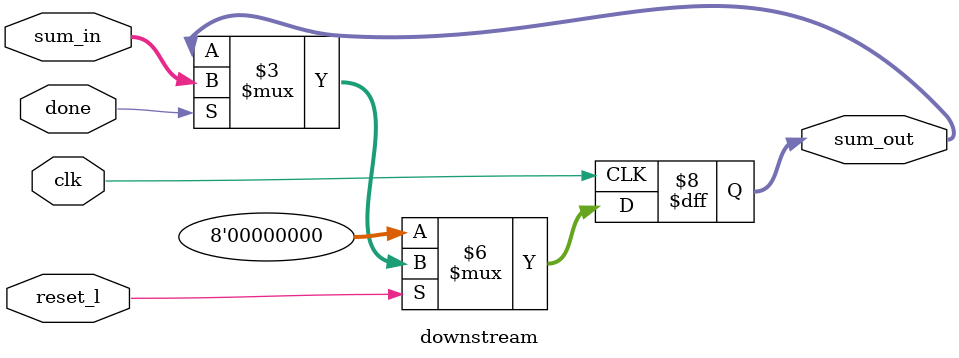
<source format=sv>
module downstream // For Altera DE10s board
	(input	logic	clk, reset_l,
	 input	logic	done,
	 input logic [7:0] sum_in,
     	 output logic [7:0] sum_out
	 );

////////////////
always @(posedge clk)
begin
	if (!reset_l)
		sum_out <= 8'b0;
	else if (done)
		sum_out <= sum_in;
end
////////////////

endmodule

</source>
